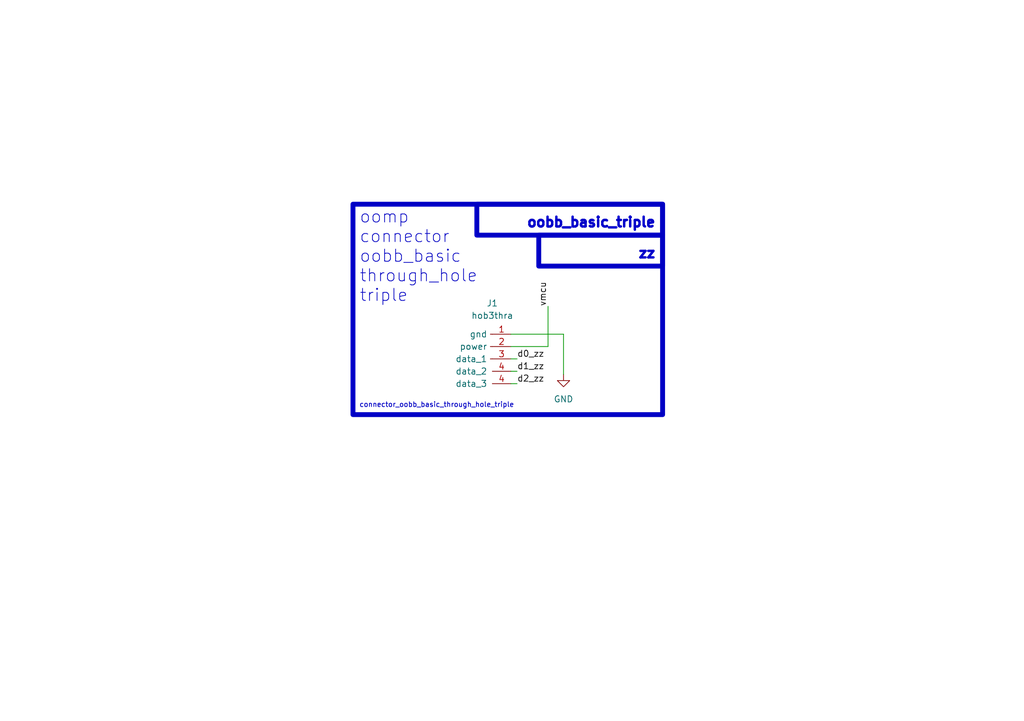
<source format=kicad_sch>
(kicad_sch (version 20230121) (generator eeschema)
  (paper "A5")
  (lib_symbols
    (symbol "oomlout_oomp_part_symbols:hob3thra_electronic_header_oobb_basic_triple_through_hole_right_angle" (pin_names (offset 1.016))
      (property "Reference" "J" (at 0 5.08 0))
      (property "Value" "hob3thra_electronic_header_oobb_basic_triple_through_hole_right_angle" (at 0 -10.16 0))
      (symbol "hob3thra_electronic_header_oobb_basic_triple_through_hole_right_angle_1_1"
        (polyline (pts (xy 1.27 -2.54) (xy 0.8636 -2.54)) (stroke (width 0.1524)))
        (polyline (pts (xy 1.27 0) (xy 0.8636 0)) (stroke (width 0.1524)))
        (polyline (pts (xy 1.27 2.54) (xy 0.8636 2.54)) (stroke (width 0.1524)))
        (pin passive line (at 5.08 2.54 180) (length 3.81) (name "gnd") (number "1"))
        (pin passive line (at 5.08 0 180) (length 3.81) (name "power") (number "2"))
        (pin passive line (at 5.08 -2.54 180) (length 3.81) (name "data_1") (number "3"))
        (pin passive line (at 5.08 -5.08 180) (length 3.81) (name "data_2") (number "4"))
        (pin passive line (at 5.08 -7.62 180) (length 3.81) (name "data_3") (number "4"))
      )
    )
    (symbol "power:GND" (power) (pin_names (offset 0))
      (property "Value" "GND" (at 0 -3.81 0))
      (symbol "GND_0_1"
        (polyline (pts (xy 0 0) (xy 0 -1.27) (xy 1.27 -1.27) (xy 0 -2.54) (xy -1.27 -1.27) (xy 0 -1.27)))
      )
      (symbol "GND_1_1"
        (pin power_in line (at 0 0 270) (length 0) hide (name "GND") (number "1"))
      )
    )
  )
  (wire (pts (xy 115.57 76.835) (xy 115.57 68.58)))
  (wire (pts (xy 104.775 78.74) (xy 106.045 78.74)))
  (wire (pts (xy 104.775 71.12) (xy 112.395 71.12)))
  (wire (pts (xy 104.775 73.66) (xy 106.045 73.66)))
  (wire (pts (xy 115.57 68.58) (xy 104.775 68.58)))
  (wire (pts (xy 104.775 76.2) (xy 106.045 76.2)))
  (wire (pts (xy 112.395 71.12) (xy 112.395 62.865)))
  (rectangle (start 110.49 48.26) (end 135.89 54.61) (stroke (width 1)))
  (rectangle (start 97.79 41.91) (end 135.89 48.26) (stroke (width 1)))
  (rectangle (start 72.39 41.91) (end 135.89 85.09) (stroke (width 1)))
  (text "oobb_basic_triple" (at 134.62 46.99 0) (effects (font (size 2 2) (thickness 0.8) bold) (justify right bottom)))
  (text "oomp\nconnector\noobb_basic\nthrough_hole\ntriple" (at 73.66 62.23 0) (effects (font (size 2.5 2.5)) (justify left bottom)))
  (text "connector_oobb_basic_through_hole_triple" (at 73.66 83.82 0) (effects (font (size 1 1)) (justify left bottom)))
  (text "zz" (at 134.62 53.34 0) (effects (font (size 2 2) (thickness 0.8) bold) (justify right bottom)))
  (label "d0_zz" (at 106.045 73.66 0))
  (label "d2_zz" (at 106.045 78.74 0))
  (label "d1_zz" (at 106.045 76.2 0))
  (label "vmcu" (at 112.395 62.865 90))
  (symbol (lib_id "oomlout_oomp_part_symbols:hob3thra_electronic_header_oobb_basic_triple_through_hole_right_angle") (at 99.695 71.12 0) (unit 1)
    (property "Reference" "J1" (at 100.965 62.23 0))
    (property "Value" "hob3thra" (at 100.965 64.77 0))
    (property "Footprint" "oomlout_oomp_part_footprints:hob3thra_electronic_header_oobb_basic_triple_through_hole_right_angle" (effects hide))
    (property "Datasheet" "https://github.com/oomlout/oomlout_oomp_v3/parts/electronic_header_oobb_basic_triple_through_hole_right_angle/datasheet.pdf" (effects hide))
  )
  (symbol (lib_id "power:GND") (at 115.57 76.835 0) (unit 1)
    (property "Reference" "#PWR01" (effects hide))
    (property "Value" "GND" (at 115.57 81.915 0))
  )
)
</source>
